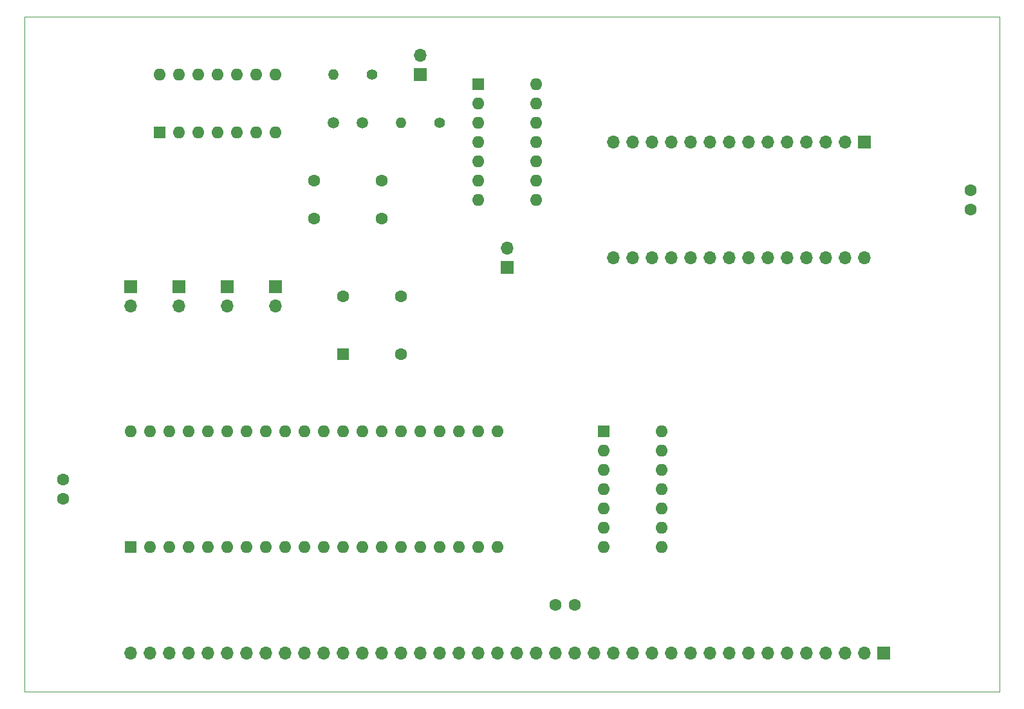
<source format=gbr>
G04 #@! TF.GenerationSoftware,KiCad,Pcbnew,5.1.9-73d0e3b20d~88~ubuntu20.04.1*
G04 #@! TF.CreationDate,2021-02-07T22:25:47+01:00*
G04 #@! TF.ProjectId,dtZ80,64745a38-302e-46b6-9963-61645f706362,1*
G04 #@! TF.SameCoordinates,PX60e4b00PY6bcb370*
G04 #@! TF.FileFunction,Soldermask,Bot*
G04 #@! TF.FilePolarity,Negative*
%FSLAX46Y46*%
G04 Gerber Fmt 4.6, Leading zero omitted, Abs format (unit mm)*
G04 Created by KiCad (PCBNEW 5.1.9-73d0e3b20d~88~ubuntu20.04.1) date 2021-02-07 22:25:47*
%MOMM*%
%LPD*%
G01*
G04 APERTURE LIST*
G04 #@! TA.AperFunction,Profile*
%ADD10C,0.050000*%
G04 #@! TD*
%ADD11C,1.500000*%
%ADD12O,1.700000X1.700000*%
%ADD13R,1.700000X1.700000*%
%ADD14C,1.600000*%
%ADD15R,1.600000X1.600000*%
%ADD16O,1.600000X1.600000*%
%ADD17O,1.400000X1.400000*%
%ADD18C,1.400000*%
G04 APERTURE END LIST*
D10*
X-11430000Y0D02*
X-139700000Y0D01*
X-11430000Y88900000D02*
X-11430000Y0D01*
X-139700000Y88900000D02*
X-139700000Y0D01*
X-11430000Y88900000D02*
X-139700000Y88900000D01*
D11*
X-95260000Y74930000D03*
X-99060000Y74930000D03*
D12*
X-29210000Y57150000D03*
X-62230000Y72390000D03*
X-31750000Y57150000D03*
X-59690000Y72390000D03*
X-34290000Y57150000D03*
X-57150000Y72390000D03*
X-36830000Y57150000D03*
X-54610000Y72390000D03*
X-39370000Y57150000D03*
X-52070000Y72390000D03*
X-41910000Y57150000D03*
X-49530000Y72390000D03*
X-44450000Y57150000D03*
X-46990000Y72390000D03*
X-46990000Y57150000D03*
X-44450000Y72390000D03*
X-49530000Y57150000D03*
X-41910000Y72390000D03*
X-52070000Y57150000D03*
X-39370000Y72390000D03*
X-54610000Y57150000D03*
X-36830000Y72390000D03*
X-57150000Y57150000D03*
X-34290000Y72390000D03*
X-59690000Y57150000D03*
X-31750000Y72390000D03*
X-62230000Y57150000D03*
D13*
X-29210000Y72390000D03*
D14*
X-90170000Y44450000D03*
X-90170000Y52070000D03*
X-97790000Y52070000D03*
D15*
X-97790000Y44450000D03*
D16*
X-55880000Y34290000D03*
X-63500000Y19050000D03*
X-55880000Y31750000D03*
X-63500000Y21590000D03*
X-55880000Y29210000D03*
X-63500000Y24130000D03*
X-55880000Y26670000D03*
X-63500000Y26670000D03*
X-55880000Y24130000D03*
X-63500000Y29210000D03*
X-55880000Y21590000D03*
X-63500000Y31750000D03*
X-55880000Y19050000D03*
D15*
X-63500000Y34290000D03*
D16*
X-125730000Y34290000D03*
X-77470000Y19050000D03*
X-123190000Y34290000D03*
X-80010000Y19050000D03*
X-120650000Y34290000D03*
X-82550000Y19050000D03*
X-118110000Y34290000D03*
X-85090000Y19050000D03*
X-115570000Y34290000D03*
X-87630000Y19050000D03*
X-113030000Y34290000D03*
X-90170000Y19050000D03*
X-110490000Y34290000D03*
X-92710000Y19050000D03*
X-107950000Y34290000D03*
X-95250000Y19050000D03*
X-105410000Y34290000D03*
X-97790000Y19050000D03*
X-102870000Y34290000D03*
X-100330000Y19050000D03*
X-100330000Y34290000D03*
X-102870000Y19050000D03*
X-97790000Y34290000D03*
X-105410000Y19050000D03*
X-95250000Y34290000D03*
X-107950000Y19050000D03*
X-92710000Y34290000D03*
X-110490000Y19050000D03*
X-90170000Y34290000D03*
X-113030000Y19050000D03*
X-87630000Y34290000D03*
X-115570000Y19050000D03*
X-85090000Y34290000D03*
X-118110000Y19050000D03*
X-82550000Y34290000D03*
X-120650000Y19050000D03*
X-80010000Y34290000D03*
X-123190000Y19050000D03*
X-77470000Y34290000D03*
D15*
X-125730000Y19050000D03*
D12*
X-76200000Y58420000D03*
D13*
X-76200000Y55880000D03*
D14*
X-15240000Y63540000D03*
X-15240000Y66040000D03*
X-134620000Y25440000D03*
X-134620000Y27940000D03*
X-67350000Y11430000D03*
X-69850000Y11430000D03*
D16*
X-121920000Y81280000D03*
X-106680000Y73660000D03*
X-119380000Y81280000D03*
X-109220000Y73660000D03*
X-116840000Y81280000D03*
X-111760000Y73660000D03*
X-114300000Y81280000D03*
X-114300000Y73660000D03*
X-111760000Y81280000D03*
X-116840000Y73660000D03*
X-109220000Y81280000D03*
X-119380000Y73660000D03*
X-106680000Y81280000D03*
D15*
X-121920000Y73660000D03*
D16*
X-72390000Y80010000D03*
X-80010000Y64770000D03*
X-72390000Y77470000D03*
X-80010000Y67310000D03*
X-72390000Y74930000D03*
X-80010000Y69850000D03*
X-72390000Y72390000D03*
X-80010000Y72390000D03*
X-72390000Y69850000D03*
X-80010000Y74930000D03*
X-72390000Y67310000D03*
X-80010000Y77470000D03*
X-72390000Y64770000D03*
D15*
X-80010000Y80010000D03*
D17*
X-90170000Y74930000D03*
D18*
X-85090000Y74930000D03*
D17*
X-99060000Y81280000D03*
D18*
X-93980000Y81280000D03*
D12*
X-106680000Y50800000D03*
D13*
X-106680000Y53340000D03*
D12*
X-113030000Y50800000D03*
D13*
X-113030000Y53340000D03*
D12*
X-119380000Y50800000D03*
D13*
X-119380000Y53340000D03*
D12*
X-125730000Y50800000D03*
D13*
X-125730000Y53340000D03*
D12*
X-87630000Y83820000D03*
D13*
X-87630000Y81280000D03*
D12*
X-125730000Y5080000D03*
X-123190000Y5080000D03*
X-120650000Y5080000D03*
X-118110000Y5080000D03*
X-115570000Y5080000D03*
X-113030000Y5080000D03*
X-110490000Y5080000D03*
X-107950000Y5080000D03*
X-105410000Y5080000D03*
X-102870000Y5080000D03*
X-100330000Y5080000D03*
X-97790000Y5080000D03*
X-95250000Y5080000D03*
X-92710000Y5080000D03*
X-90170000Y5080000D03*
X-87630000Y5080000D03*
X-85090000Y5080000D03*
X-82550000Y5080000D03*
X-80010000Y5080000D03*
X-77470000Y5080000D03*
X-74930000Y5080000D03*
X-72390000Y5080000D03*
X-69850000Y5080000D03*
X-67310000Y5080000D03*
X-64770000Y5080000D03*
X-62230000Y5080000D03*
X-59690000Y5080000D03*
X-57150000Y5080000D03*
X-54610000Y5080000D03*
X-52070000Y5080000D03*
X-49530000Y5080000D03*
X-46990000Y5080000D03*
X-44450000Y5080000D03*
X-41910000Y5080000D03*
X-39370000Y5080000D03*
X-36830000Y5080000D03*
X-34290000Y5080000D03*
X-31750000Y5080000D03*
X-29210000Y5080000D03*
D13*
X-26670000Y5080000D03*
D14*
X-92710000Y62310000D03*
X-92710000Y67310000D03*
X-101600000Y62310000D03*
X-101600000Y67310000D03*
M02*

</source>
